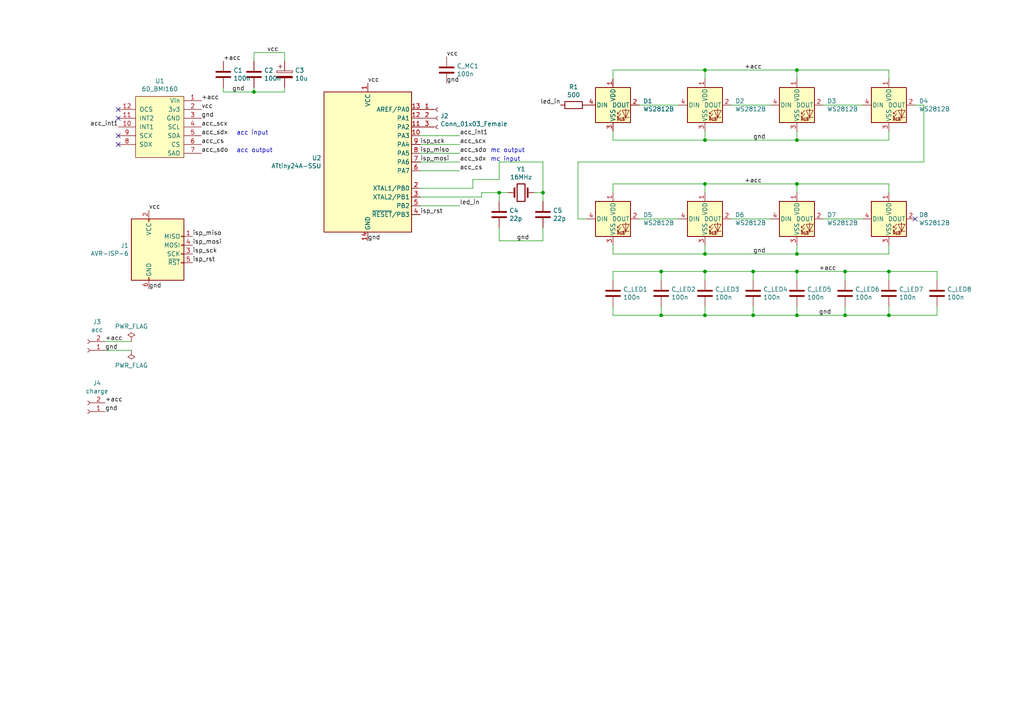
<source format=kicad_sch>
(kicad_sch (version 20230121) (generator eeschema)
  (paper "A4")
  (lib_symbols
    (symbol "Connector:AVR-ISP-6" (pin_names (offset 1.016))
      (property "Reference" "J" (at -6.35 11.43 0))
      (property "Value" "AVR-ISP-6" (at 0 11.43 0))
      (symbol "AVR-ISP-6_0_1"
        (rectangle (start -2.667 -6.858) (end -2.413 -7.62))
        (rectangle (start -2.667 10.16) (end -2.413 9.398))
        (rectangle (start 7.62 -2.413) (end 6.858 -2.667))
        (rectangle (start 7.62 0.127) (end 6.858 -0.127))
        (rectangle (start 7.62 2.667) (end 6.858 2.413))
        (rectangle (start 7.62 5.207) (end 6.858 4.953))
        (rectangle (start 7.62 10.16) (end -7.62 -7.62) (stroke (width 0.254)) (fill (type background)))
      )
      (symbol "AVR-ISP-6_1_1"
        (pin passive line (at 10.16 5.08 180) (length 2.54) (name "MISO") (number "1"))
        (pin passive line (at -2.54 12.7 270) (length 2.54) (name "VCC") (number "2"))
        (pin passive line (at 10.16 0 180) (length 2.54) (name "SCK") (number "3"))
        (pin passive line (at 10.16 2.54 180) (length 2.54) (name "MOSI") (number "4"))
        (pin passive line (at 10.16 -2.54 180) (length 2.54) (name "~{RST}") (number "5"))
        (pin passive line (at -2.54 -10.16 90) (length 2.54) (name "GND") (number "6"))
      )
    )
    (symbol "Device:C" (pin_numbers hide) (pin_names (offset 0.254))
      (property "Reference" "C" (at 0.635 2.54 0))
      (property "Value" "C" (at 0.635 -2.54 0))
      (symbol "C_0_1"
        (polyline (pts (xy -2.032 -0.762) (xy 2.032 -0.762)) (stroke (width 0.508)))
        (polyline (pts (xy -2.032 0.762) (xy 2.032 0.762)) (stroke (width 0.508)))
      )
      (symbol "C_1_1"
        (pin passive line (at 0 3.81 270) (length 2.794) (name "~") (number "1"))
        (pin passive line (at 0 -3.81 90) (length 2.794) (name "~") (number "2"))
      )
    )
    (symbol "Device:Crystal" (pin_numbers hide) (pin_names (offset 1.016) hide)
      (property "Reference" "Y" (at 0 3.81 0))
      (property "Value" "Crystal" (at 0 -3.81 0))
      (symbol "Crystal_0_1"
        (rectangle (start -1.143 2.54) (end 1.143 -2.54) (stroke (width 0.3048)))
        (polyline (pts (xy -2.54 0) (xy -1.905 0)))
        (polyline (pts (xy -1.905 -1.27) (xy -1.905 1.27)) (stroke (width 0.508)))
        (polyline (pts (xy 1.905 -1.27) (xy 1.905 1.27)) (stroke (width 0.508)))
        (polyline (pts (xy 2.54 0) (xy 1.905 0)))
      )
      (symbol "Crystal_1_1"
        (pin passive line (at -3.81 0 0) (length 1.27) (name "1") (number "1"))
        (pin passive line (at 3.81 0 180) (length 1.27) (name "2") (number "2"))
      )
    )
    (symbol "Device:R" (pin_numbers hide) (pin_names (offset 0))
      (property "Reference" "R" (at 2.032 0 90))
      (property "Value" "R" (at 0 0 90))
      (symbol "R_0_1"
        (rectangle (start -1.016 -2.54) (end 1.016 2.54) (stroke (width 0.254)))
      )
      (symbol "R_1_1"
        (pin passive line (at 0 3.81 270) (length 1.27) (name "~") (number "1"))
        (pin passive line (at 0 -3.81 90) (length 1.27) (name "~") (number "2"))
      )
    )
    (symbol "LED:WS2812B" (pin_names (offset 0.254))
      (property "Reference" "D" (at 5.08 5.715 0))
      (property "Value" "WS2812B" (at 1.27 -5.715 0))
      (symbol "WS2812B_0_0"
        (text "RGB" (at 2.286 -4.191 0) (effects (font (size 0.762 0.762))))
      )
      (symbol "WS2812B_0_1"
        (polyline (pts (xy 1.27 -3.556) (xy 1.778 -3.556)))
        (polyline (pts (xy 1.27 -2.54) (xy 1.778 -2.54)))
        (polyline (pts (xy 4.699 -3.556) (xy 2.667 -3.556)))
        (polyline (pts (xy 2.286 -2.54) (xy 1.27 -3.556) (xy 1.27 -3.048)))
        (polyline (pts (xy 2.286 -1.524) (xy 1.27 -2.54) (xy 1.27 -2.032)))
        (polyline (pts (xy 3.683 -1.016) (xy 3.683 -3.556) (xy 3.683 -4.064)))
        (polyline (pts (xy 4.699 -1.524) (xy 2.667 -1.524) (xy 3.683 -3.556) (xy 4.699 -1.524)))
        (rectangle (start 5.08 5.08) (end -5.08 -5.08) (stroke (width 0.254)) (fill (type background)))
      )
      (symbol "WS2812B_1_1"
        (pin power_in line (at 0 7.62 270) (length 2.54) (name "VDD") (number "1"))
        (pin output line (at 7.62 0 180) (length 2.54) (name "DOUT") (number "2"))
        (pin power_in line (at 0 -7.62 90) (length 2.54) (name "VSS") (number "3"))
        (pin input line (at -7.62 0 0) (length 2.54) (name "DIN") (number "4"))
      )
    )
    (symbol "imager-rescue:6D_BMI160-modules" (pin_names (offset 1.016))
      (property "Reference" "U" (at 0 10.16 0))
      (property "Value" "modules_6D_BMI160" (at 0 -10.16 0))
      (symbol "6D_BMI160-modules_0_1"
        (rectangle (start -7.62 8.89) (end 6.35 -8.89) (fill (type background)))
      )
      (symbol "6D_BMI160-modules_1_1"
        (pin power_in line (at 11.43 7.62 180) (length 5.08) (name "Vin") (number "1"))
        (pin bidirectional line (at -12.7 0 0) (length 5.08) (name "INT1") (number "10"))
        (pin bidirectional line (at -12.7 2.54 0) (length 5.08) (name "INT2") (number "11"))
        (pin bidirectional line (at -12.7 5.08 0) (length 5.08) (name "OCS") (number "12"))
        (pin power_out line (at 11.43 5.08 180) (length 5.08) (name "3v3") (number "2"))
        (pin power_in line (at 11.43 2.54 180) (length 5.08) (name "GND") (number "3"))
        (pin input line (at 11.43 0 180) (length 5.08) (name "SCL") (number "4"))
        (pin bidirectional line (at 11.43 -2.54 180) (length 5.08) (name "SDA") (number "5"))
        (pin input line (at 11.43 -5.08 180) (length 5.08) (name "CS") (number "6"))
        (pin bidirectional line (at 11.43 -7.62 180) (length 5.08) (name "SAO") (number "7"))
        (pin bidirectional line (at -12.7 -5.08 0) (length 5.08) (name "SDX") (number "8"))
        (pin input line (at -12.7 -2.54 0) (length 5.08) (name "SCX") (number "9"))
      )
    )
    (symbol "imager-rescue:ATtiny24A-SSU-MCU_Microchip_ATtiny"
      (property "Reference" "U" (at -12.7 21.59 0))
      (property "Value" "MCU_Microchip_ATtiny_ATtiny24A-SSU" (at 2.54 -21.59 0))
      (symbol "ATtiny24A-SSU-MCU_Microchip_ATtiny_0_1"
        (rectangle (start -12.7 -20.32) (end 12.7 20.32) (stroke (width 0.254)) (fill (type background)))
      )
      (symbol "ATtiny24A-SSU-MCU_Microchip_ATtiny_1_1"
        (pin power_in line (at 0 22.86 270) (length 2.54) (name "VCC") (number "1"))
        (pin bidirectional line (at 15.24 7.62 180) (length 2.54) (name "PA3") (number "10"))
        (pin bidirectional line (at 15.24 10.16 180) (length 2.54) (name "PA2") (number "11"))
        (pin bidirectional line (at 15.24 12.7 180) (length 2.54) (name "PA1") (number "12"))
        (pin bidirectional line (at 15.24 15.24 180) (length 2.54) (name "AREF/PA0") (number "13"))
        (pin power_in line (at 0 -22.86 90) (length 2.54) (name "GND") (number "14"))
        (pin bidirectional line (at 15.24 -7.62 180) (length 2.54) (name "XTAL1/PB0") (number "2"))
        (pin bidirectional line (at 15.24 -10.16 180) (length 2.54) (name "XTAL2/PB1") (number "3"))
        (pin bidirectional line (at 15.24 -15.24 180) (length 2.54) (name "~{RESET}/PB3") (number "4"))
        (pin bidirectional line (at 15.24 -12.7 180) (length 2.54) (name "PB2") (number "5"))
        (pin bidirectional line (at 15.24 -2.54 180) (length 2.54) (name "PA7") (number "6"))
        (pin bidirectional line (at 15.24 0 180) (length 2.54) (name "PA6") (number "7"))
        (pin bidirectional line (at 15.24 2.54 180) (length 2.54) (name "PA5") (number "8"))
        (pin bidirectional line (at 15.24 5.08 180) (length 2.54) (name "PA4") (number "9"))
      )
    )
    (symbol "imager-rescue:CP-Device" (pin_numbers hide) (pin_names (offset 0.254))
      (property "Reference" "C" (at 0.635 2.54 0))
      (property "Value" "Device_CP" (at 0.635 -2.54 0))
      (symbol "CP-Device_0_1"
        (rectangle (start -2.286 0.508) (end 2.286 1.016))
        (polyline (pts (xy -1.778 2.286) (xy -0.762 2.286)))
        (polyline (pts (xy -1.27 2.794) (xy -1.27 1.778)))
        (rectangle (start 2.286 -0.508) (end -2.286 -1.016) (fill (type outline)))
      )
      (symbol "CP-Device_1_1"
        (pin passive line (at 0 3.81 270) (length 2.794) (name "~") (number "1"))
        (pin passive line (at 0 -3.81 90) (length 2.794) (name "~") (number "2"))
      )
    )
    (symbol "imager-rescue:Conn_01x02_Female-Connector" (pin_names (offset 1.016) hide)
      (property "Reference" "J" (at 0 2.54 0))
      (property "Value" "Connector_Conn_01x02_Female" (at 0 -5.08 0))
      (symbol "Conn_01x02_Female-Connector_1_1"
        (arc (start 0 -2.032) (mid -0.5058 -2.54) (end 0 -3.048) (stroke (width 0.1524)))
        (polyline (pts (xy -1.27 -2.54) (xy -0.508 -2.54)) (stroke (width 0.1524)))
        (polyline (pts (xy -1.27 0) (xy -0.508 0)) (stroke (width 0.1524)))
        (arc (start 0 0.508) (mid -0.5058 0) (end 0 -0.508) (stroke (width 0.1524)))
        (pin passive line (at -5.08 0 0) (length 3.81) (name "Pin_1") (number "1"))
        (pin passive line (at -5.08 -2.54 0) (length 3.81) (name "Pin_2") (number "2"))
      )
    )
    (symbol "imager-rescue:Conn_01x03_Female-Connector" (pin_names (offset 1.016) hide)
      (property "Reference" "J" (at 0 5.08 0))
      (property "Value" "Connector_Conn_01x03_Female" (at 0 -5.08 0))
      (symbol "Conn_01x03_Female-Connector_1_1"
        (arc (start 0 -2.032) (mid -0.5058 -2.54) (end 0 -3.048) (stroke (width 0.1524)))
        (polyline (pts (xy -1.27 -2.54) (xy -0.508 -2.54)) (stroke (width 0.1524)))
        (polyline (pts (xy -1.27 0) (xy -0.508 0)) (stroke (width 0.1524)))
        (polyline (pts (xy -1.27 2.54) (xy -0.508 2.54)) (stroke (width 0.1524)))
        (arc (start 0 0.508) (mid -0.5058 0) (end 0 -0.508) (stroke (width 0.1524)))
        (arc (start 0 3.048) (mid -0.5058 2.54) (end 0 2.032) (stroke (width 0.1524)))
        (pin passive line (at -5.08 2.54 0) (length 3.81) (name "Pin_1") (number "1"))
        (pin passive line (at -5.08 0 0) (length 3.81) (name "Pin_2") (number "2"))
        (pin passive line (at -5.08 -2.54 0) (length 3.81) (name "Pin_3") (number "3"))
      )
    )
    (symbol "power:PWR_FLAG" (power) (pin_numbers hide) (pin_names (offset 0) hide)
      (property "Value" "PWR_FLAG" (at 0 3.81 0))
      (symbol "PWR_FLAG_0_0"
        (pin power_out line (at 0 0 90) (length 0) (name "pwr") (number "1"))
      )
      (symbol "PWR_FLAG_0_1"
        (polyline (pts (xy 0 0) (xy 0 1.27) (xy -1.016 1.905) (xy 0 2.54) (xy 1.016 1.905) (xy 0 1.27)))
      )
    )
  )
  (junction (at 157.48 55.88))
  (junction (at 204.47 73.66))
  (junction (at 144.78 55.88))
  (junction (at 245.11 91.44))
  (junction (at 245.11 78.74))
  (junction (at 231.14 53.34))
  (junction (at 204.47 40.64))
  (junction (at 218.44 78.74))
  (junction (at 257.81 78.74))
  (junction (at 204.47 53.34))
  (junction (at 204.47 78.74))
  (junction (at 191.77 78.74))
  (junction (at 231.14 91.44))
  (junction (at 257.81 91.44))
  (junction (at 204.47 91.44))
  (junction (at 204.47 20.32))
  (junction (at 191.77 91.44))
  (junction (at 218.44 91.44))
  (junction (at 73.66 26.67))
  (junction (at 231.14 20.32))
  (junction (at 231.14 73.66))
  (junction (at 231.14 40.64))
  (junction (at 231.14 78.74))
  (no_connect (at 34.29 41.91))
  (no_connect (at 34.29 39.37))
  (no_connect (at 34.29 31.75))
  (no_connect (at 34.29 34.29))
  (no_connect (at 265.43 63.5))
  (wire (pts (xy 133.35 46.99) (xy 121.92 46.99)))
  (wire (pts (xy 177.8 88.9) (xy 177.8 91.44)))
  (wire (pts (xy 144.78 46.99) (xy 157.48 46.99)))
  (wire (pts (xy 231.14 81.28) (xy 231.14 78.74)))
  (wire (pts (xy 121.92 54.61) (xy 137.16 54.61)))
  (wire (pts (xy 218.44 78.74) (xy 218.44 81.28)))
  (wire (pts (xy 64.77 26.67) (xy 73.66 26.67)))
  (wire (pts (xy 191.77 91.44) (xy 204.47 91.44)))
  (wire (pts (xy 204.47 71.12) (xy 204.47 73.66)))
  (wire (pts (xy 73.66 17.78) (xy 73.66 15.24)))
  (wire (pts (xy 133.35 49.53) (xy 121.92 49.53)))
  (wire (pts (xy 257.81 78.74) (xy 271.78 78.74)))
  (wire (pts (xy 204.47 38.1) (xy 204.47 40.64)))
  (wire (pts (xy 137.16 52.07) (xy 144.78 52.07)))
  (wire (pts (xy 204.47 55.88) (xy 204.47 53.34)))
  (wire (pts (xy 64.77 25.4) (xy 64.77 26.67)))
  (wire (pts (xy 204.47 73.66) (xy 231.14 73.66)))
  (wire (pts (xy 204.47 91.44) (xy 218.44 91.44)))
  (wire (pts (xy 133.35 39.37) (xy 121.92 39.37)))
  (wire (pts (xy 144.78 55.88) (xy 144.78 58.42)))
  (wire (pts (xy 204.47 78.74) (xy 191.77 78.74)))
  (wire (pts (xy 157.48 55.88) (xy 157.48 58.42)))
  (wire (pts (xy 82.55 26.67) (xy 82.55 25.4)))
  (wire (pts (xy 267.97 30.48) (xy 265.43 30.48)))
  (wire (pts (xy 257.81 91.44) (xy 271.78 91.44)))
  (wire (pts (xy 73.66 26.67) (xy 82.55 26.67)))
  (wire (pts (xy 177.8 73.66) (xy 204.47 73.66)))
  (wire (pts (xy 147.32 55.88) (xy 144.78 55.88)))
  (wire (pts (xy 231.14 71.12) (xy 231.14 73.66)))
  (wire (pts (xy 218.44 91.44) (xy 218.44 88.9)))
  (wire (pts (xy 245.11 91.44) (xy 257.81 91.44)))
  (wire (pts (xy 204.47 40.64) (xy 231.14 40.64)))
  (wire (pts (xy 177.8 55.88) (xy 177.8 53.34)))
  (wire (pts (xy 257.81 53.34) (xy 257.81 55.88)))
  (wire (pts (xy 271.78 91.44) (xy 271.78 88.9)))
  (wire (pts (xy 121.92 57.15) (xy 139.7 57.15)))
  (wire (pts (xy 271.78 78.74) (xy 271.78 81.28)))
  (wire (pts (xy 231.14 78.74) (xy 245.11 78.74)))
  (wire (pts (xy 170.18 63.5) (xy 167.64 63.5)))
  (wire (pts (xy 144.78 69.85) (xy 157.48 69.85)))
  (wire (pts (xy 231.14 73.66) (xy 257.81 73.66)))
  (wire (pts (xy 191.77 78.74) (xy 191.77 81.28)))
  (wire (pts (xy 231.14 38.1) (xy 231.14 40.64)))
  (wire (pts (xy 204.47 78.74) (xy 218.44 78.74)))
  (wire (pts (xy 231.14 91.44) (xy 218.44 91.44)))
  (wire (pts (xy 177.8 40.64) (xy 204.47 40.64)))
  (wire (pts (xy 204.47 53.34) (xy 231.14 53.34)))
  (wire (pts (xy 257.81 78.74) (xy 245.11 78.74)))
  (wire (pts (xy 177.8 78.74) (xy 191.77 78.74)))
  (wire (pts (xy 167.64 46.99) (xy 267.97 46.99)))
  (wire (pts (xy 185.42 63.5) (xy 196.85 63.5)))
  (wire (pts (xy 238.76 30.48) (xy 250.19 30.48)))
  (wire (pts (xy 204.47 22.86) (xy 204.47 20.32)))
  (wire (pts (xy 231.14 40.64) (xy 257.81 40.64)))
  (wire (pts (xy 38.1 101.6) (xy 30.48 101.6)))
  (wire (pts (xy 231.14 20.32) (xy 257.81 20.32)))
  (wire (pts (xy 191.77 91.44) (xy 191.77 88.9)))
  (wire (pts (xy 144.78 66.04) (xy 144.78 69.85)))
  (wire (pts (xy 231.14 53.34) (xy 257.81 53.34)))
  (wire (pts (xy 133.35 44.45) (xy 121.92 44.45)))
  (wire (pts (xy 231.14 22.86) (xy 231.14 20.32)))
  (wire (pts (xy 167.64 63.5) (xy 167.64 46.99)))
  (wire (pts (xy 177.8 91.44) (xy 191.77 91.44)))
  (wire (pts (xy 177.8 20.32) (xy 204.47 20.32)))
  (wire (pts (xy 137.16 54.61) (xy 137.16 52.07)))
  (wire (pts (xy 245.11 78.74) (xy 245.11 81.28)))
  (wire (pts (xy 177.8 22.86) (xy 177.8 20.32)))
  (wire (pts (xy 157.48 55.88) (xy 154.94 55.88)))
  (wire (pts (xy 257.81 73.66) (xy 257.81 71.12)))
  (wire (pts (xy 144.78 52.07) (xy 144.78 46.99)))
  (wire (pts (xy 257.81 81.28) (xy 257.81 78.74)))
  (wire (pts (xy 218.44 78.74) (xy 231.14 78.74)))
  (wire (pts (xy 177.8 38.1) (xy 177.8 40.64)))
  (wire (pts (xy 73.66 15.24) (xy 82.55 15.24)))
  (wire (pts (xy 177.8 71.12) (xy 177.8 73.66)))
  (wire (pts (xy 231.14 88.9) (xy 231.14 91.44)))
  (wire (pts (xy 238.76 63.5) (xy 250.19 63.5)))
  (wire (pts (xy 139.7 55.88) (xy 144.78 55.88)))
  (wire (pts (xy 212.09 63.5) (xy 223.52 63.5)))
  (wire (pts (xy 157.48 69.85) (xy 157.48 66.04)))
  (wire (pts (xy 82.55 15.24) (xy 82.55 17.78)))
  (wire (pts (xy 185.42 30.48) (xy 196.85 30.48)))
  (wire (pts (xy 257.81 20.32) (xy 257.81 22.86)))
  (wire (pts (xy 73.66 26.67) (xy 73.66 25.4)))
  (wire (pts (xy 231.14 91.44) (xy 245.11 91.44)))
  (wire (pts (xy 177.8 53.34) (xy 204.47 53.34)))
  (wire (pts (xy 257.81 40.64) (xy 257.81 38.1)))
  (wire (pts (xy 231.14 55.88) (xy 231.14 53.34)))
  (wire (pts (xy 177.8 81.28) (xy 177.8 78.74)))
  (wire (pts (xy 204.47 81.28) (xy 204.47 78.74)))
  (wire (pts (xy 38.1 99.06) (xy 30.48 99.06)))
  (wire (pts (xy 204.47 20.32) (xy 231.14 20.32)))
  (wire (pts (xy 212.09 30.48) (xy 223.52 30.48)))
  (wire (pts (xy 245.11 91.44) (xy 245.11 88.9)))
  (wire (pts (xy 257.81 88.9) (xy 257.81 91.44)))
  (wire (pts (xy 139.7 57.15) (xy 139.7 55.88)))
  (wire (pts (xy 157.48 46.99) (xy 157.48 55.88)))
  (wire (pts (xy 133.35 41.91) (xy 121.92 41.91)))
  (wire (pts (xy 133.35 59.69) (xy 121.92 59.69)))
  (wire (pts (xy 267.97 46.99) (xy 267.97 30.48)))
  (wire (pts (xy 204.47 88.9) (xy 204.47 91.44)))
  (text "acc output" (at 68.58 44.45 0) (effects (font (size 1.27 1.27)) (justify left bottom)))
  (text "mc output" (at 142.24 44.45 0) (effects (font (size 1.27 1.27)) (justify left bottom)))
  (text "mc input" (at 142.24 46.99 0) (effects (font (size 1.27 1.27)) (justify left bottom)))
  (text "acc input" (at 68.58 39.37 0) (effects (font (size 1.27 1.27)) (justify left bottom)))
  (label "acc_sdx" (at 133.35 46.99 0))
  (label "gnd" (at 30.48 101.6 0))
  (label "isp_miso" (at 121.92 44.45 0))
  (label "gnd" (at 58.42 34.29 0))
  (label "led_in" (at 133.35 59.69 0))
  (label "gnd" (at 129.54 24.13 0))
  (label "+acc" (at 30.48 116.84 0))
  (label "vcc" (at 129.54 16.51 0))
  (label "acc_int1" (at 133.35 39.37 0))
  (label "+acc" (at 64.77 17.78 0))
  (label "vcc" (at 43.18 60.96 0))
  (label "acc_sdo" (at 133.35 44.45 0))
  (label "vcc" (at 77.47 15.24 0))
  (label "isp_rst" (at 121.92 62.23 0))
  (label "isp_mosi" (at 55.88 71.12 0))
  (label "led_in" (at 162.56 30.48 180))
  (label "acc_cs" (at 58.42 41.91 0))
  (label "gnd" (at 218.44 40.64 0))
  (label "gnd" (at 218.44 73.66 0))
  (label "vcc" (at 58.42 31.75 0))
  (label "+acc" (at 30.48 99.06 0))
  (label "acc_sdx" (at 58.42 39.37 0))
  (label "+acc" (at 237.49 78.74 0))
  (label "gnd" (at 30.48 119.38 0))
  (label "acc_int1" (at 34.29 36.83 180))
  (label "+acc" (at 215.9 20.32 0))
  (label "isp_mosi" (at 121.92 46.99 0))
  (label "isp_miso" (at 55.88 68.58 0))
  (label "acc_scx" (at 133.35 41.91 0))
  (label "isp_sck" (at 121.92 41.91 0))
  (label "acc_scx" (at 58.42 36.83 0))
  (label "vcc" (at 106.68 24.13 0))
  (label "isp_rst" (at 55.88 76.2 0))
  (label "acc_cs" (at 133.35 49.53 0))
  (label "gnd" (at 67.31 26.67 0))
  (label "gnd" (at 237.49 91.44 0))
  (label "+acc" (at 215.9 53.34 0))
  (label "gnd" (at 149.86 69.85 0))
  (label "gnd" (at 43.18 83.82 0))
  (label "+acc" (at 58.42 29.21 0))
  (label "gnd" (at 106.68 69.85 0))
  (label "isp_sck" (at 55.88 73.66 0))
  (label "acc_sdo" (at 58.42 44.45 0))
  (symbol (lib_id "LED:WS2812B") (at 231.14 63.5 0) (unit 1)
    (property "Reference" "D7" (at 239.8776 62.3316 0) (effects (justify left)))
    (property "Value" "WS2812B" (at 239.8776 64.643 0) (effects (justify left)))
    (property "Footprint" "misc:LED_WS2812B_PLCC4_5.0x5.0mm_P3.2mm" (effects hide))
    (property "Datasheet" "https://cdn-shop.adafruit.com/datasheets/WS2812B.pdf" (effects hide))
  )
  (symbol (lib_id "LED:WS2812B") (at 177.8 63.5 0) (unit 1)
    (property "Reference" "D5" (at 186.5376 62.3316 0) (effects (justify left)))
    (property "Value" "WS2812B" (at 186.5376 64.643 0) (effects (justify left)))
    (property "Footprint" "misc:LED_WS2812B_PLCC4_5.0x5.0mm_P3.2mm" (effects hide))
    (property "Datasheet" "https://cdn-shop.adafruit.com/datasheets/WS2812B.pdf" (effects hide))
  )
  (symbol (lib_id "LED:WS2812B") (at 231.14 30.48 0) (unit 1)
    (property "Reference" "D3" (at 239.8776 29.3116 0) (effects (justify left)))
    (property "Value" "WS2812B" (at 239.8776 31.623 0) (effects (justify left)))
    (property "Footprint" "misc:LED_WS2812B_PLCC4_5.0x5.0mm_P3.2mm" (effects hide))
    (property "Datasheet" "https://cdn-shop.adafruit.com/datasheets/WS2812B.pdf" (effects hide))
  )
  (symbol (lib_id "LED:WS2812B") (at 177.8 30.48 0) (unit 1)
    (property "Reference" "D1" (at 186.5376 29.3116 0) (effects (justify left)))
    (property "Value" "WS2812B" (at 186.5376 31.623 0) (effects (justify left)))
    (property "Footprint" "misc:LED_WS2812B_PLCC4_5.0x5.0mm_P3.2mm" (effects hide))
    (property "Datasheet" "https://cdn-shop.adafruit.com/datasheets/WS2812B.pdf" (effects hide))
  )
  (symbol (lib_id "LED:WS2812B") (at 257.81 63.5 0) (unit 1)
    (property "Reference" "D8" (at 266.5476 62.3316 0) (effects (justify left)))
    (property "Value" "WS2812B" (at 266.5476 64.643 0) (effects (justify left)))
    (property "Footprint" "misc:LED_WS2812B_PLCC4_5.0x5.0mm_P3.2mm" (effects hide))
    (property "Datasheet" "https://cdn-shop.adafruit.com/datasheets/WS2812B.pdf" (effects hide))
  )
  (symbol (lib_id "LED:WS2812B") (at 204.47 63.5 0) (unit 1)
    (property "Reference" "D6" (at 213.2076 62.3316 0) (effects (justify left)))
    (property "Value" "WS2812B" (at 213.2076 64.643 0) (effects (justify left)))
    (property "Footprint" "misc:LED_WS2812B_PLCC4_5.0x5.0mm_P3.2mm" (effects hide))
    (property "Datasheet" "https://cdn-shop.adafruit.com/datasheets/WS2812B.pdf" (effects hide))
  )
  (symbol (lib_id "LED:WS2812B") (at 257.81 30.48 0) (unit 1)
    (property "Reference" "D4" (at 266.5476 29.3116 0) (effects (justify left)))
    (property "Value" "WS2812B" (at 266.5476 31.623 0) (effects (justify left)))
    (property "Footprint" "misc:LED_WS2812B_PLCC4_5.0x5.0mm_P3.2mm" (effects hide))
    (property "Datasheet" "https://cdn-shop.adafruit.com/datasheets/WS2812B.pdf" (effects hide))
  )
  (symbol (lib_id "LED:WS2812B") (at 204.47 30.48 0) (unit 1)
    (property "Reference" "D2" (at 213.2076 29.3116 0) (effects (justify left)))
    (property "Value" "WS2812B" (at 213.2076 31.623 0) (effects (justify left)))
    (property "Footprint" "misc:LED_WS2812B_PLCC4_5.0x5.0mm_P3.2mm" (effects hide))
    (property "Datasheet" "https://cdn-shop.adafruit.com/datasheets/WS2812B.pdf" (effects hide))
  )
  (symbol (lib_id "Device:C") (at 177.8 85.09 0) (unit 1)
    (property "Reference" "C_LED1" (at 180.721 83.9216 0) (effects (justify left)))
    (property "Value" "100n" (at 180.721 86.233 0) (effects (justify left)))
    (property "Footprint" "Capacitors_SMD:C_0805_HandSoldering" (effects hide))
  )
  (symbol (lib_id "Device:C") (at 191.77 85.09 0) (unit 1)
    (property "Reference" "C_LED2" (at 194.691 83.9216 0) (effects (justify left)))
    (property "Value" "100n" (at 194.691 86.233 0) (effects (justify left)))
    (property "Footprint" "Capacitors_SMD:C_0805_HandSoldering" (effects hide))
  )
  (symbol (lib_id "Device:C") (at 204.47 85.09 0) (unit 1)
    (property "Reference" "C_LED3" (at 207.391 83.9216 0) (effects (justify left)))
    (property "Value" "100n" (at 207.391 86.233 0) (effects (justify left)))
    (property "Footprint" "Capacitors_SMD:C_0805_HandSoldering" (effects hide))
  )
  (symbol (lib_id "Device:C") (at 218.44 85.09 0) (unit 1)
    (property "Reference" "C_LED4" (at 221.361 83.9216 0) (effects (justify left)))
    (property "Value" "100n" (at 221.361 86.233 0) (effects (justify left)))
    (property "Footprint" "Capacitors_SMD:C_0805_HandSoldering" (effects hide))
  )
  (symbol (lib_id "Device:C") (at 231.14 85.09 0) (unit 1)
    (property "Reference" "C_LED5" (at 234.061 83.9216 0) (effects (justify left)))
    (property "Value" "100n" (at 234.061 86.233 0) (effects (justify left)))
    (property "Footprint" "Capacitors_SMD:C_0805_HandSoldering" (effects hide))
  )
  (symbol (lib_id "Device:C") (at 245.11 85.09 0) (unit 1)
    (property "Reference" "C_LED6" (at 248.031 83.9216 0) (effects (justify left)))
    (property "Value" "100n" (at 248.031 86.233 0) (effects (justify left)))
    (property "Footprint" "Capacitors_SMD:C_0805_HandSoldering" (effects hide))
  )
  (symbol (lib_id "Device:C") (at 257.81 85.09 0) (unit 1)
    (property "Reference" "C_LED7" (at 260.731 83.9216 0) (effects (justify left)))
    (property "Value" "100n" (at 260.731 86.233 0) (effects (justify left)))
    (property "Footprint" "Capacitors_SMD:C_0805_HandSoldering" (effects hide))
  )
  (symbol (lib_id "Device:C") (at 271.78 85.09 0) (unit 1)
    (property "Reference" "C_LED8" (at 274.701 83.9216 0) (effects (justify left)))
    (property "Value" "100n" (at 274.701 86.233 0) (effects (justify left)))
    (property "Footprint" "Capacitors_SMD:C_0805_HandSoldering" (effects hide))
  )
  (symbol (lib_id "Device:C") (at 129.54 20.32 0) (unit 1)
    (property "Reference" "C_MC1" (at 132.461 19.1516 0) (effects (justify left)))
    (property "Value" "100n" (at 132.461 21.463 0) (effects (justify left)))
    (property "Footprint" "Capacitors_SMD:C_0805_HandSoldering" (effects hide))
  )
  (symbol (lib_id "imager-rescue:6D_BMI160-modules") (at 46.99 36.83 0) (unit 1)
    (property "Reference" "U1" (at 46.355 23.495 0))
    (property "Value" "6D_BMI160" (at 46.355 25.8064 0))
    (property "Footprint" "modules:6D_BMI160" (effects hide))
  )
  (symbol (lib_id "Device:C") (at 64.77 21.59 0) (unit 1)
    (property "Reference" "C1" (at 67.691 20.4216 0) (effects (justify left)))
    (property "Value" "100n" (at 67.691 22.733 0) (effects (justify left)))
    (property "Footprint" "Capacitors_SMD:C_0805_HandSoldering" (effects hide))
  )
  (symbol (lib_id "Device:C") (at 73.66 21.59 0) (unit 1)
    (property "Reference" "C2" (at 76.581 20.4216 0) (effects (justify left)))
    (property "Value" "100n" (at 76.581 22.733 0) (effects (justify left)))
    (property "Footprint" "Capacitors_SMD:C_0805_HandSoldering" (effects hide))
  )
  (symbol (lib_id "imager-rescue:CP-Device") (at 82.55 21.59 0) (unit 1)
    (property "Reference" "C3" (at 85.5472 20.4216 0) (effects (justify left)))
    (property "Value" "10u" (at 85.5472 22.733 0) (effects (justify left)))
    (property "Footprint" "Capacitors_SMD:C_1206_HandSoldering" (effects hide))
  )
  (symbol (lib_id "Connector:AVR-ISP-6") (at 45.72 73.66 0) (unit 1)
    (property "Reference" "J1" (at 37.3634 71.2216 0) (effects (justify right)))
    (property "Value" "AVR-ISP-6" (at 37.3634 73.533 0) (effects (justify right)))
    (property "Footprint" "misc:AVR_ISP_TH_6" (effects hide))
    (property "Datasheet" " ~" (effects hide))
  )
  (symbol (lib_id "imager-rescue:ATtiny24A-SSU-MCU_Microchip_ATtiny") (at 106.68 46.99 0) (unit 1)
    (property "Reference" "U2" (at 93.218 45.8216 0) (effects (justify right)))
    (property "Value" "ATtiny24A-SSU" (at 93.218 48.133 0) (effects (justify right)))
    (property "Footprint" "Package_SO:SOIC-14_3.9x8.7mm_P1.27mm" (effects hide))
    (property "Datasheet" "http://ww1.microchip.com/downloads/en/DeviceDoc/doc8183.pdf" (effects hide))
  )
  (symbol (lib_id "imager-rescue:Conn_01x03_Female-Connector") (at 127 34.29 0) (unit 1)
    (property "Reference" "J2" (at 127.7112 33.6296 0) (effects (justify left)))
    (property "Value" "Conn_01x03_Female" (at 127.7112 35.941 0) (effects (justify left)))
    (property "Footprint" "Pin_Headers:Pin_Header_Straight_1x03_Pitch2.54mm" (effects hide))
  )
  (symbol (lib_id "Device:Crystal") (at 151.13 55.88 0) (unit 1)
    (property "Reference" "Y1" (at 151.13 49.0728 0))
    (property "Value" "16MHz" (at 151.13 51.3842 0))
    (property "Footprint" "Crystals:Crystal_HC18-U_Vertical" (effects hide))
  )
  (symbol (lib_id "Device:C") (at 144.78 62.23 0) (unit 1)
    (property "Reference" "C4" (at 147.701 61.0616 0) (effects (justify left)))
    (property "Value" "22p" (at 147.701 63.373 0) (effects (justify left)))
    (property "Footprint" "Capacitors_SMD:C_0805_HandSoldering" (effects hide))
  )
  (symbol (lib_id "Device:C") (at 157.48 62.23 0) (unit 1)
    (property "Reference" "C5" (at 160.401 61.0616 0) (effects (justify left)))
    (property "Value" "22p" (at 160.401 63.373 0) (effects (justify left)))
    (property "Footprint" "Capacitors_SMD:C_0805_HandSoldering" (effects hide))
  )
  (symbol (lib_id "imager-rescue:Conn_01x02_Female-Connector") (at 25.4 101.6 180) (unit 1)
    (property "Reference" "J3" (at 28.1432 93.345 0))
    (property "Value" "acc" (at 28.1432 95.6564 0))
    (property "Footprint" "Pin_Headers:Pin_Header_Straight_1x02_Pitch2.54mm" (effects hide))
  )
  (symbol (lib_id "imager-rescue:Conn_01x02_Female-Connector") (at 25.4 119.38 180) (unit 1)
    (property "Reference" "J4" (at 28.1432 111.125 0))
    (property "Value" "charge" (at 28.1432 113.4364 0))
    (property "Footprint" "Pin_Headers:Pin_Header_Straight_1x02_Pitch2.54mm" (effects hide))
  )
  (symbol (lib_id "power:PWR_FLAG") (at 38.1 99.06 0) (unit 1)
    (property "Reference" "#FLG01" (effects hide))
    (property "Value" "PWR_FLAG" (at 38.1 94.6658 0))
  )
  (symbol (lib_id "power:PWR_FLAG") (at 38.1 101.6 180) (unit 1)
    (property "Reference" "#FLG02" (effects hide))
    (property "Value" "PWR_FLAG" (at 38.1 105.9942 0))
  )
  (symbol (lib_id "Device:R") (at 166.37 30.48 270) (unit 1)
    (property "Reference" "R1" (at 166.37 25.2222 90))
    (property "Value" "500" (at 166.37 27.5336 90))
    (property "Footprint" "Resistors_SMD:R_0805_HandSoldering" (effects hide))
  )
)
</source>
